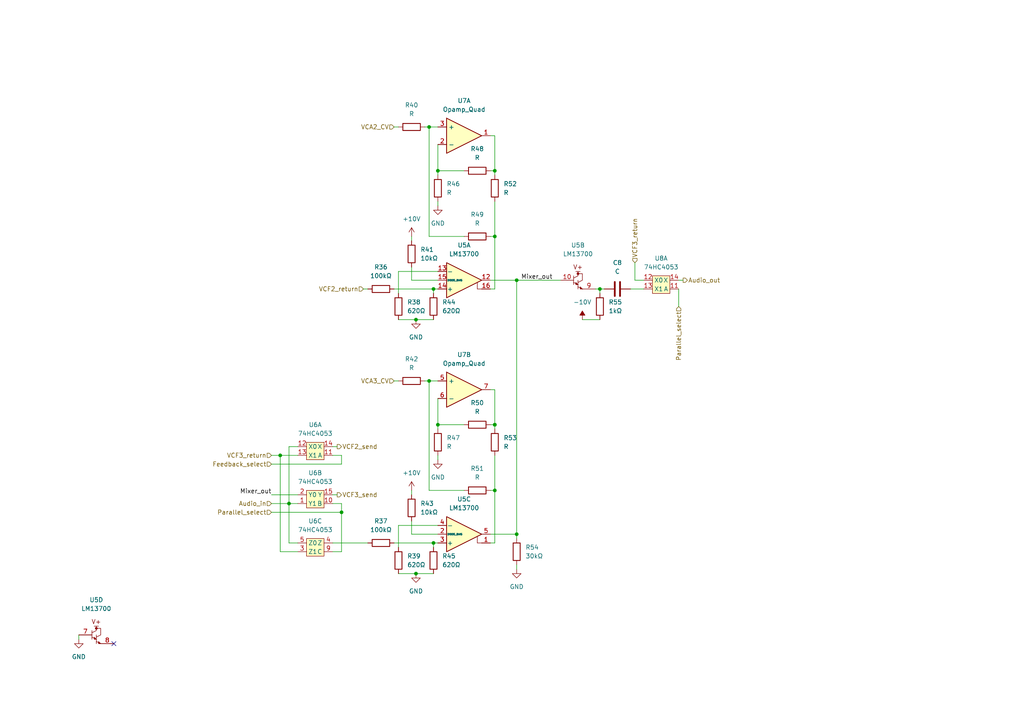
<source format=kicad_sch>
(kicad_sch (version 20210621) (generator eeschema)
  (paper "A4")
  (lib_symbols
    (symbol "Amplifier_Operational:LM13700" (pin_names (offset 0.127))
      (property "Reference" "U" (at 3.81 5.08 0))
      (property "Value" "LM13700" (at 5.08 -5.08 0))
      (symbol "LM13700_1_1"
        (polyline (pts (xy 3.81 -0.635) (xy 3.81 -2.54) (xy 5.08 -2.54)))
        (polyline (pts (xy 5.08 0) (xy -5.08 -5.08) (xy -5.08 5.08) (xy 5.08 0)) (stroke (width 0.254)) (fill (type background)))
        (pin output line (at 7.62 0 180) (length 2.54) (name "~") (number "12"))
        (pin input line (at -7.62 2.54 0) (length 2.54) (name "-") (number "13"))
        (pin input line (at -7.62 -2.54 0) (length 2.54) (name "+") (number "14"))
        (pin input line (at -7.62 0 0) (length 2.54) (name "DIODE_BIAS") (number "15"))
        (pin input line (at 7.62 -2.54 180) (length 2.54) (name "~") (number "16"))
      )
      (symbol "LM13700_2_0"
        (polyline (pts (xy -1.905 2.54) (xy -3.175 2.54)))
      )
      (symbol "LM13700_2_1"
        (circle (center -2.54 1.905) (radius 0.254) (stroke (width 0.254)) (fill (type outline)))
        (polyline (pts (xy -3.81 -0.635) (xy -2.54 -1.27)))
        (polyline (pts (xy -3.81 1.27) (xy -3.81 -1.27)))
        (polyline (pts (xy -2.54 -1.905) (xy -1.27 -2.54)))
        (polyline (pts (xy -2.54 0) (xy -2.54 -2.54)))
        (polyline (pts (xy -3.81 0.635) (xy -2.54 1.27) (xy -2.54 1.905) (xy -2.54 2.54)))
        (polyline (pts (xy -2.54 -1.27) (xy -3.175 -0.635) (xy -3.175 -1.27) (xy -2.54 -1.27)) (fill (type outline)))
        (polyline (pts (xy -2.54 -0.635) (xy -1.27 0) (xy -1.27 1.905) (xy -2.54 1.905)))
        (polyline (pts (xy -1.27 -2.54) (xy -1.905 -1.905) (xy -1.905 -2.54) (xy -1.27 -2.54)) (fill (type outline)))
        (text "V+" (at -2.54 3.81 0) (effects (font (size 1.27 1.27))))
        (pin input line (at -7.62 0 0) (length 3.81) (name "~") (number "10"))
        (pin output line (at 2.54 -2.54 180) (length 3.81) (name "~") (number "9"))
      )
      (symbol "LM13700_3_1"
        (polyline (pts (xy 3.81 -0.635) (xy 3.81 -2.54) (xy 5.08 -2.54)))
        (polyline (pts (xy 5.08 0) (xy -5.08 -5.08) (xy -5.08 5.08) (xy 5.08 0)) (stroke (width 0.254)) (fill (type background)))
        (pin input line (at 7.62 -2.54 180) (length 2.54) (name "~") (number "1"))
        (pin input line (at -7.62 0 0) (length 2.54) (name "DIODE_BIAS") (number "2"))
        (pin input line (at -7.62 -2.54 0) (length 2.54) (name "+") (number "3"))
        (pin input line (at -7.62 2.54 0) (length 2.54) (name "-") (number "4"))
        (pin output line (at 7.62 0 180) (length 2.54) (name "~") (number "5"))
      )
      (symbol "LM13700_4_0"
        (polyline (pts (xy -3.175 2.54) (xy -1.905 2.54)))
        (text "V+" (at -2.54 3.81 0) (effects (font (size 1.27 1.27))))
      )
      (symbol "LM13700_4_1"
        (circle (center -2.54 1.905) (radius 0.254) (stroke (width 0.254)) (fill (type outline)))
        (polyline (pts (xy -3.81 -0.635) (xy -2.54 -1.27)))
        (polyline (pts (xy -3.81 1.27) (xy -3.81 -1.27)))
        (polyline (pts (xy -2.54 -1.905) (xy -1.27 -2.54)))
        (polyline (pts (xy -2.54 0) (xy -2.54 -2.54)))
        (polyline (pts (xy -3.81 0.635) (xy -2.54 1.27) (xy -2.54 2.54)))
        (polyline (pts (xy -2.54 -1.27) (xy -3.175 -0.635) (xy -3.175 -1.27) (xy -2.54 -1.27)) (fill (type outline)))
        (polyline (pts (xy -2.54 -0.635) (xy -1.27 0) (xy -1.27 1.905) (xy -2.54 1.905)))
        (polyline (pts (xy -1.27 -2.54) (xy -1.905 -1.905) (xy -1.905 -2.54) (xy -1.27 -2.54)) (fill (type outline)))
        (pin input line (at -7.62 0 0) (length 3.81) (name "~") (number "7"))
        (pin output line (at 2.54 -2.54 180) (length 3.81) (name "~") (number "8"))
      )
      (symbol "LM13700_5_1"
        (pin power_in line (at -2.54 7.62 270) (length 3.81) (name "V+") (number "11"))
        (pin power_in line (at -2.54 -7.62 90) (length 3.81) (name "V-") (number "6"))
      )
    )
    (symbol "Device:C" (pin_numbers hide) (pin_names (offset 0.254))
      (property "Reference" "C" (at 0.635 2.54 0))
      (property "Value" "C" (at 0.635 -2.54 0))
      (symbol "C_0_1"
        (polyline (pts (xy -2.032 -0.762) (xy 2.032 -0.762)) (stroke (width 0.508)))
        (polyline (pts (xy -2.032 0.762) (xy 2.032 0.762)) (stroke (width 0.508)))
      )
      (symbol "C_1_1"
        (pin passive line (at 0 3.81 270) (length 2.794) (name "~") (number "1"))
        (pin passive line (at 0 -3.81 90) (length 2.794) (name "~") (number "2"))
      )
    )
    (symbol "Device:Opamp_Quad"
      (property "Reference" "U" (at 0 5.08 0))
      (property "Value" "Opamp_Quad" (at 0 -5.08 0))
      (symbol "Opamp_Quad_1_1"
        (polyline (pts (xy -5.08 5.08) (xy 5.08 0) (xy -5.08 -5.08) (xy -5.08 5.08)) (stroke (width 0.254)) (fill (type background)))
        (pin output line (at 7.62 0 180) (length 2.54) (name "~") (number "1"))
        (pin input line (at -7.62 -2.54 0) (length 2.54) (name "-") (number "2"))
        (pin input line (at -7.62 2.54 0) (length 2.54) (name "+") (number "3"))
      )
      (symbol "Opamp_Quad_2_1"
        (polyline (pts (xy -5.08 5.08) (xy 5.08 0) (xy -5.08 -5.08) (xy -5.08 5.08)) (stroke (width 0.254)) (fill (type background)))
        (pin input line (at -7.62 2.54 0) (length 2.54) (name "+") (number "5"))
        (pin input line (at -7.62 -2.54 0) (length 2.54) (name "-") (number "6"))
        (pin output line (at 7.62 0 180) (length 2.54) (name "~") (number "7"))
      )
      (symbol "Opamp_Quad_3_1"
        (polyline (pts (xy -5.08 5.08) (xy 5.08 0) (xy -5.08 -5.08) (xy -5.08 5.08)) (stroke (width 0.254)) (fill (type background)))
        (pin input line (at -7.62 2.54 0) (length 2.54) (name "+") (number "10"))
        (pin output line (at 7.62 0 180) (length 2.54) (name "~") (number "8"))
        (pin input line (at -7.62 -2.54 0) (length 2.54) (name "-") (number "9"))
      )
      (symbol "Opamp_Quad_4_1"
        (polyline (pts (xy -5.08 5.08) (xy 5.08 0) (xy -5.08 -5.08) (xy -5.08 5.08)) (stroke (width 0.254)) (fill (type background)))
        (pin input line (at -7.62 2.54 0) (length 2.54) (name "+") (number "12"))
        (pin input line (at -7.62 -2.54 0) (length 2.54) (name "-") (number "13"))
        (pin output line (at 7.62 0 180) (length 2.54) (name "~") (number "14"))
      )
      (symbol "Opamp_Quad_5_1"
        (pin power_in line (at -2.54 -7.62 90) (length 3.81) (name "V-") (number "11"))
        (pin power_in line (at -2.54 7.62 270) (length 3.81) (name "V+") (number "4"))
      )
    )
    (symbol "Device:R" (pin_numbers hide) (pin_names (offset 0))
      (property "Reference" "R" (at 2.032 0 90))
      (property "Value" "R" (at 0 0 90))
      (symbol "R_0_1"
        (rectangle (start -1.016 -2.54) (end 1.016 2.54) (stroke (width 0.254)))
      )
      (symbol "R_1_1"
        (pin passive line (at 0 3.81 270) (length 1.27) (name "~") (number "1"))
        (pin passive line (at 0 -3.81 90) (length 1.27) (name "~") (number "2"))
      )
    )
    (symbol "Modular_Mayhem:74HC4053"
      (property "Reference" "U" (at -6.35 6.35 0))
      (property "Value" "74HC4053" (at -10.16 3.81 0))
      (symbol "74HC4053_1_1"
        (rectangle (start -2.54 2.54) (end 2.54 -2.54) (stroke (width 0.1524)) (fill (type background)))
        (pin input line (at 5.08 -1.27 180) (length 2.54) (name "A") (number "11"))
        (pin bidirectional line (at -5.08 1.27 0) (length 2.54) (name "X0") (number "12"))
        (pin bidirectional line (at -5.08 -1.27 0) (length 2.54) (name "X1") (number "13"))
        (pin bidirectional line (at 5.08 1.27 180) (length 2.54) (name "X") (number "14"))
      )
      (symbol "74HC4053_2_1"
        (rectangle (start -2.54 2.54) (end 2.54 -2.54) (stroke (width 0.1524)) (fill (type background)))
        (pin bidirectional line (at -5.08 -1.27 0) (length 2.54) (name "Y1") (number "1"))
        (pin input line (at 5.08 -1.27 180) (length 2.54) (name "B") (number "10"))
        (pin bidirectional line (at 5.08 1.27 180) (length 2.54) (name "Y") (number "15"))
        (pin bidirectional line (at -5.08 1.27 0) (length 2.54) (name "Y0") (number "2"))
      )
      (symbol "74HC4053_3_1"
        (rectangle (start -2.54 2.54) (end 2.54 -2.54) (stroke (width 0.1524)) (fill (type background)))
        (pin bidirectional line (at -5.08 -1.27 0) (length 2.54) (name "Z1") (number "3"))
        (pin bidirectional line (at 5.08 1.27 180) (length 2.54) (name "Z") (number "4"))
        (pin bidirectional line (at -5.08 1.27 0) (length 2.54) (name "Z0") (number "5"))
        (pin input line (at 5.08 -1.27 180) (length 2.54) (name "C") (number "9"))
      )
      (symbol "74HC4053_4_1"
        (rectangle (start -3.81 5.08) (end 3.81 -5.08) (stroke (width 0.1524)) (fill (type background)))
        (pin power_in line (at 0 7.62 270) (length 2.54) (name "Vcc") (number "16"))
        (pin input line (at -6.35 0 0) (length 2.54) (name "~{E}") (number "6"))
        (pin power_in line (at 1.27 -7.62 90) (length 2.54) (name "Vee") (number "7"))
        (pin power_in line (at -1.27 -7.62 90) (length 2.54) (name "GND") (number "8"))
      )
    )
    (symbol "power:+10V" (power) (pin_names (offset 0))
      (property "Value" "+10V" (at 0 3.556 0))
      (symbol "+10V_0_1"
        (polyline (pts (xy -0.762 1.27) (xy 0 2.54)))
        (polyline (pts (xy 0 0) (xy 0 2.54)))
        (polyline (pts (xy 0 2.54) (xy 0.762 1.27)))
      )
      (symbol "+10V_1_1"
        (pin power_in line (at 0 0 90) (length 0) hide (name "+10V") (number "1"))
      )
    )
    (symbol "power:-10V" (power) (pin_names (offset 0))
      (property "Value" "-10V" (at 0 3.81 0))
      (symbol "-10V_0_0"
        (pin power_in line (at 0 0 90) (length 0) hide (name "-10V") (number "1"))
      )
      (symbol "-10V_0_1"
        (polyline (pts (xy 0 0) (xy 0 1.27) (xy 0.762 1.27) (xy 0 2.54) (xy -0.762 1.27) (xy 0 1.27)) (fill (type outline)))
      )
    )
    (symbol "power:GND" (power) (pin_names (offset 0))
      (property "Value" "GND" (at 0 -3.81 0))
      (symbol "GND_0_1"
        (polyline (pts (xy 0 0) (xy 0 -1.27) (xy 1.27 -1.27) (xy 0 -2.54) (xy -1.27 -1.27) (xy 0 -1.27)))
      )
      (symbol "GND_1_1"
        (pin power_in line (at 0 0 270) (length 0) hide (name "GND") (number "1"))
      )
    )
  )
  (junction (at 120.65 92.7101))
  (junction (at 127 49.5301))
  (junction (at 173.99 83.82))
  (junction (at 127 123.1901))
  (junction (at 81.28 132.08))
  (junction (at 125.73 157.4801))
  (junction (at 125.73 83.8201))
  (junction (at 120.65 166.3701))
  (junction (at 99.06 148.59))
  (junction (at 143.51 142.2401))
  (junction (at 83.82 146.05))
  (junction (at 124.46 110.4901))
  (junction (at 149.86 81.28))
  (junction (at 143.51 68.5801))
  (junction (at 143.51 123.1901))
  (junction (at 124.46 36.8301))
  (junction (at 149.86 154.94))
  (junction (at 143.51 123.19))
  (junction (at 143.51 49.5301))
  (no_connect (at 33.02 186.69))
  (wire (pts (xy 142.24 154.94) (xy 149.86 154.94)))
  (wire (pts (xy 186.69 81.28) (xy 184.15 81.28)))
  (wire (pts (xy 184.15 81.28) (xy 184.15 76.2)))
  (wire (pts (xy 143.51 142.2401) (xy 143.51 157.4801)))
  (wire (pts (xy 114.3 157.48) (xy 125.73 157.4801)))
  (wire (pts (xy 124.46 36.8301) (xy 127 36.83)))
  (wire (pts (xy 168.91 92.71) (xy 173.99 92.71)))
  (wire (pts (xy 123.19 36.8301) (xy 124.46 36.8301)))
  (wire (pts (xy 143.51 58.42) (xy 143.51 68.5801)))
  (wire (pts (xy 127 81.28) (xy 119.38 81.2801)))
  (wire (pts (xy 196.85 83.82) (xy 196.85 88.9)))
  (wire (pts (xy 125.73 83.8201) (xy 125.73 85.0901)))
  (wire (pts (xy 134.62 142.2401) (xy 124.46 142.2401)))
  (wire (pts (xy 83.82 146.05) (xy 83.82 157.48)))
  (wire (pts (xy 83.82 157.48) (xy 86.36 157.48)))
  (wire (pts (xy 149.86 154.94) (xy 149.86 156.21)))
  (wire (pts (xy 149.86 81.28) (xy 149.86 154.94)))
  (wire (pts (xy 182.88 83.82) (xy 186.69 83.82)))
  (wire (pts (xy 115.57 158.7501) (xy 115.57 152.4001)))
  (wire (pts (xy 127 154.94) (xy 119.38 154.9401)))
  (wire (pts (xy 143.51 39.37) (xy 142.24 39.37)))
  (wire (pts (xy 143.51 50.8) (xy 143.51 49.5301)))
  (wire (pts (xy 143.51 49.5301) (xy 143.51 39.37)))
  (wire (pts (xy 142.24 68.5801) (xy 143.51 68.5801)))
  (wire (pts (xy 196.85 81.28) (xy 198.12 81.28)))
  (wire (pts (xy 99.06 148.59) (xy 99.06 160.02)))
  (wire (pts (xy 99.06 146.05) (xy 96.52 146.05)))
  (wire (pts (xy 99.06 148.59) (xy 99.06 146.05)))
  (wire (pts (xy 78.74 148.59) (xy 99.06 148.59)))
  (wire (pts (xy 142.24 157.48) (xy 143.51 157.4801)))
  (wire (pts (xy 124.46 68.5801) (xy 124.46 36.8301)))
  (wire (pts (xy 127 123.1901) (xy 127 124.46)))
  (wire (pts (xy 127 115.57) (xy 127 123.1901)))
  (wire (pts (xy 120.65 166.3701) (xy 125.73 166.3701)))
  (wire (pts (xy 127 132.08) (xy 127 133.3501)))
  (wire (pts (xy 127 58.42) (xy 127 59.6901)))
  (wire (pts (xy 143.51 132.08) (xy 143.51 142.2401)))
  (wire (pts (xy 172.72 83.82) (xy 173.99 83.82)))
  (wire (pts (xy 83.82 146.05) (xy 83.82 129.54)))
  (wire (pts (xy 83.82 129.54) (xy 86.36 129.54)))
  (wire (pts (xy 125.73 157.4801) (xy 125.73 158.7501)))
  (wire (pts (xy 119.38 154.9401) (xy 119.38 151.1301)))
  (wire (pts (xy 142.24 81.28) (xy 149.86 81.28)))
  (wire (pts (xy 173.99 83.82) (xy 175.26 83.82)))
  (wire (pts (xy 125.73 157.4801) (xy 127 157.48)))
  (wire (pts (xy 119.38 68.5801) (xy 119.38 69.8501)))
  (wire (pts (xy 143.51 68.5801) (xy 143.51 83.8201)))
  (wire (pts (xy 127 123.1901) (xy 134.62 123.1901)))
  (wire (pts (xy 114.3 110.4901) (xy 115.57 110.4901)))
  (wire (pts (xy 114.3 83.82) (xy 125.73 83.8201)))
  (wire (pts (xy 149.86 81.28) (xy 162.56 81.28)))
  (wire (pts (xy 143.51 123.19) (xy 143.51 113.03)))
  (wire (pts (xy 143.51 113.03) (xy 142.24 113.03)))
  (wire (pts (xy 142.24 49.53) (xy 143.51 49.5301)))
  (wire (pts (xy 142.24 142.2401) (xy 143.51 142.2401)))
  (wire (pts (xy 81.28 132.08) (xy 81.28 160.02)))
  (wire (pts (xy 81.28 160.02) (xy 86.36 160.02)))
  (wire (pts (xy 115.57 78.7401) (xy 127 78.74)))
  (wire (pts (xy 124.46 110.4901) (xy 127 110.49)))
  (wire (pts (xy 127 41.91) (xy 127 49.5301)))
  (wire (pts (xy 127 49.5301) (xy 127 50.8)))
  (wire (pts (xy 173.99 83.82) (xy 173.99 85.09)))
  (wire (pts (xy 142.24 123.1901) (xy 143.51 123.1901)))
  (wire (pts (xy 142.24 83.82) (xy 143.51 83.8201)))
  (wire (pts (xy 115.57 152.4001) (xy 127 152.4)))
  (wire (pts (xy 127 49.5301) (xy 134.62 49.53)))
  (wire (pts (xy 119.38 142.2401) (xy 119.38 143.5101)))
  (wire (pts (xy 115.57 92.7101) (xy 120.65 92.7101)))
  (wire (pts (xy 149.86 163.83) (xy 149.86 165.1)))
  (wire (pts (xy 96.52 129.54) (xy 97.79 129.54)))
  (wire (pts (xy 83.82 146.05) (xy 86.36 146.05)))
  (wire (pts (xy 78.74 146.05) (xy 83.82 146.05)))
  (wire (pts (xy 96.52 143.51) (xy 97.79 143.51)))
  (wire (pts (xy 22.86 184.15) (xy 22.86 185.42)))
  (wire (pts (xy 115.57 166.3701) (xy 120.65 166.3701)))
  (wire (pts (xy 143.51 123.1901) (xy 143.51 124.46)))
  (wire (pts (xy 78.74 143.51) (xy 86.36 143.51)))
  (wire (pts (xy 115.57 85.0901) (xy 115.57 78.7401)))
  (wire (pts (xy 120.65 92.7101) (xy 125.73 92.7101)))
  (wire (pts (xy 105.41 83.82) (xy 106.68 83.82)))
  (wire (pts (xy 134.62 68.5801) (xy 124.46 68.5801)))
  (wire (pts (xy 114.3 36.8301) (xy 115.57 36.8301)))
  (wire (pts (xy 99.06 160.02) (xy 96.52 160.02)))
  (wire (pts (xy 123.19 110.4901) (xy 124.46 110.4901)))
  (wire (pts (xy 96.52 157.48) (xy 106.68 157.48)))
  (wire (pts (xy 78.74 134.62) (xy 99.06 134.62)))
  (wire (pts (xy 99.06 134.62) (xy 99.06 132.08)))
  (wire (pts (xy 99.06 132.08) (xy 96.52 132.08)))
  (wire (pts (xy 124.46 142.2401) (xy 124.46 110.4901)))
  (wire (pts (xy 125.73 83.8201) (xy 127 83.82)))
  (wire (pts (xy 119.38 81.2801) (xy 119.38 77.4701)))
  (wire (pts (xy 81.28 132.08) (xy 86.36 132.08)))
  (wire (pts (xy 78.74 132.08) (xy 81.28 132.08)))
  (label "Mixer_out" (at 78.74 143.51 180))
  (label "Mixer_out" (at 151.13 81.28 0))
  (hierarchical_label "Parallel_select" (shape input) (at 196.85 88.9 270))
  (hierarchical_label "VCA3_CV" (shape input) (at 114.3 110.4901 180))
  (hierarchical_label "Audio_in" (shape input) (at 78.74 146.05 180))
  (hierarchical_label "VCF3_send" (shape output) (at 97.79 143.51 0))
  (hierarchical_label "VCF3_return" (shape input) (at 78.74 132.08 180))
  (hierarchical_label "VCF2_return" (shape input) (at 105.41 83.82 180))
  (hierarchical_label "VCA2_CV" (shape input) (at 114.3 36.8301 180))
  (hierarchical_label "VCF3_return" (shape input) (at 184.15 76.2 90))
  (hierarchical_label "VCF2_send" (shape output) (at 97.79 129.54 0))
  (hierarchical_label "Parallel_select" (shape input) (at 78.74 148.59 180))
  (hierarchical_label "Audio_out" (shape output) (at 198.12 81.28 0))
  (hierarchical_label "Feedback_select" (shape input) (at 78.74 134.62 180))
  (symbol (lib_id "power:GND") (at 127 133.3501 0) (unit 1)
    (property "Reference" "#PWR022" (effects hide))
    (property "Value" "GND" (at 127 138.4301 0))
  )
  (symbol (lib_id "Device:R") (at 127 54.61 0) (unit 1)
    (property "Reference" "R46" (at 129.54 53.3399 0) (effects (justify left)))
    (property "Value" "R" (at 129.54 55.8799 0) (effects (justify left)))
  )
  (symbol (lib_id "Modular_Mayhem:74HC4053") (at 91.44 130.81 0) (unit 1)
    (property "Reference" "U6" (at 91.44 123.19 0))
    (property "Value" "74HC4053" (at 91.44 125.73 0))
  )
  (symbol (lib_id "Device:R") (at 138.43 68.5801 90) (unit 1)
    (property "Reference" "R49" (at 138.43 62.2301 90))
    (property "Value" "R" (at 138.43 64.7701 90))
  )
  (symbol (lib_id "Modular_Mayhem:74HC4053") (at 191.77 82.55 0) (unit 1)
    (property "Reference" "U8" (at 191.77 74.93 0))
    (property "Value" "74HC4053" (at 191.77 77.47 0))
  )
  (symbol (lib_id "Amplifier_Operational:LM13700") (at 30.48 184.15 0) (unit 4)
    (property "Reference" "U5" (at 27.94 173.99 0))
    (property "Value" "LM13700" (at 27.94 176.53 0))
    (property "Datasheet" "http://www.ti.com/lit/ds/symlink/lm13700.pdf" (effects hide))
  )
  (symbol (lib_id "power:-10V") (at 168.91 92.71 0) (unit 1)
    (property "Reference" "#PWR024" (effects hide))
    (property "Value" "-10V" (at 168.91 87.63 0))
  )
  (symbol (lib_id "Device:R") (at 115.57 162.5601 0) (unit 1)
    (property "Reference" "R39" (at 118.11 161.29 0) (effects (justify left)))
    (property "Value" "620Ω" (at 118.11 163.83 0) (effects (justify left)))
  )
  (symbol (lib_id "Device:R") (at 173.99 88.9 0) (unit 1)
    (property "Reference" "R55" (at 176.53 87.6299 0) (effects (justify left)))
    (property "Value" "1kΩ" (at 176.53 90.1699 0) (effects (justify left)))
  )
  (symbol (lib_id "Device:R") (at 119.38 147.3201 0) (unit 1)
    (property "Reference" "R43" (at 121.92 146.05 0) (effects (justify left)))
    (property "Value" "10kΩ" (at 121.92 148.59 0) (effects (justify left)))
  )
  (symbol (lib_id "Device:R") (at 119.38 110.4901 90) (unit 1)
    (property "Reference" "R42" (at 119.38 104.1401 90))
    (property "Value" "R" (at 119.38 106.6801 90))
  )
  (symbol (lib_id "Amplifier_Operational:LM13700") (at 134.62 154.94 0) (unit 3)
    (property "Reference" "U5" (at 134.62 144.78 0))
    (property "Value" "LM13700" (at 134.62 147.32 0))
    (property "Datasheet" "http://www.ti.com/lit/ds/symlink/lm13700.pdf" (effects hide))
  )
  (symbol (lib_id "Device:R") (at 143.51 128.27 0) (unit 1)
    (property "Reference" "R53" (at 146.05 126.9999 0) (effects (justify left)))
    (property "Value" "R" (at 146.05 129.5399 0) (effects (justify left)))
  )
  (symbol (lib_id "Device:Opamp_Quad") (at 134.62 113.03 0) (unit 2)
    (property "Reference" "U7" (at 134.62 102.87 0))
    (property "Value" "Opamp_Quad" (at 134.62 105.41 0))
  )
  (symbol (lib_id "Device:R") (at 115.57 88.9001 0) (unit 1)
    (property "Reference" "R38" (at 118.11 87.63 0) (effects (justify left)))
    (property "Value" "620Ω" (at 118.11 90.17 0) (effects (justify left)))
  )
  (symbol (lib_id "power:GND") (at 22.86 185.42 0) (unit 1)
    (property "Reference" "#PWR016" (effects hide))
    (property "Value" "GND" (at 22.86 190.5 0))
  )
  (symbol (lib_id "Device:R") (at 138.43 123.1901 90) (unit 1)
    (property "Reference" "R50" (at 138.43 116.8401 90))
    (property "Value" "R" (at 138.43 119.3801 90))
  )
  (symbol (lib_id "power:GND") (at 120.65 166.3701 0) (unit 1)
    (property "Reference" "#PWR020" (effects hide))
    (property "Value" "GND" (at 120.65 171.4501 0))
  )
  (symbol (lib_id "Device:R") (at 125.73 162.5601 0) (unit 1)
    (property "Reference" "R45" (at 128.27 161.29 0) (effects (justify left)))
    (property "Value" "620Ω" (at 128.27 163.83 0) (effects (justify left)))
  )
  (symbol (lib_id "power:GND") (at 120.65 92.7101 0) (unit 1)
    (property "Reference" "#PWR019" (effects hide))
    (property "Value" "GND" (at 120.65 97.7901 0))
  )
  (symbol (lib_id "Device:R") (at 110.49 157.48 90) (unit 1)
    (property "Reference" "R37" (at 110.49 151.13 90))
    (property "Value" "100kΩ" (at 110.49 153.67 90))
  )
  (symbol (lib_id "Device:R") (at 127 128.27 0) (unit 1)
    (property "Reference" "R47" (at 129.54 126.9999 0) (effects (justify left)))
    (property "Value" "R" (at 129.54 129.5399 0) (effects (justify left)))
  )
  (symbol (lib_id "Device:R") (at 110.49 83.82 90) (unit 1)
    (property "Reference" "R36" (at 110.49 77.47 90))
    (property "Value" "100kΩ" (at 110.49 80.01 90))
  )
  (symbol (lib_id "power:+10V") (at 119.38 142.2401 0) (unit 1)
    (property "Reference" "#PWR018" (effects hide))
    (property "Value" "+10V" (at 119.38 137.1601 0))
  )
  (symbol (lib_id "Device:R") (at 138.43 49.53 90) (unit 1)
    (property "Reference" "R48" (at 138.43 43.18 90))
    (property "Value" "R" (at 138.43 45.72 90))
  )
  (symbol (lib_id "Device:Opamp_Quad") (at 134.62 39.37 0) (unit 1)
    (property "Reference" "U7" (at 134.62 29.21 0))
    (property "Value" "Opamp_Quad" (at 134.62 31.75 0))
  )
  (symbol (lib_id "Amplifier_Operational:LM13700") (at 170.18 81.28 0) (unit 2)
    (property "Reference" "U5" (at 167.64 71.12 0))
    (property "Value" "LM13700" (at 167.64 73.66 0))
    (property "Datasheet" "http://www.ti.com/lit/ds/symlink/lm13700.pdf" (effects hide))
  )
  (symbol (lib_id "Device:R") (at 149.86 160.02 0) (unit 1)
    (property "Reference" "R54" (at 152.4 158.7499 0) (effects (justify left)))
    (property "Value" "30kΩ" (at 152.4 161.2899 0) (effects (justify left)))
  )
  (symbol (lib_id "Device:R") (at 119.38 36.8301 90) (unit 1)
    (property "Reference" "R40" (at 119.38 30.4801 90))
    (property "Value" "R" (at 119.38 33.0201 90))
  )
  (symbol (lib_id "Device:R") (at 143.51 54.61 0) (unit 1)
    (property "Reference" "R52" (at 146.05 53.3399 0) (effects (justify left)))
    (property "Value" "R" (at 146.05 55.8799 0) (effects (justify left)))
  )
  (symbol (lib_id "Device:C") (at 179.07 83.82 90) (unit 1)
    (property "Reference" "C8" (at 179.07 76.2 90))
    (property "Value" "C" (at 179.07 78.74 90))
  )
  (symbol (lib_id "power:+10V") (at 119.38 68.5801 0) (unit 1)
    (property "Reference" "#PWR017" (effects hide))
    (property "Value" "+10V" (at 119.38 63.5001 0))
  )
  (symbol (lib_id "Modular_Mayhem:74HC4053") (at 91.44 158.75 0) (unit 3)
    (property "Reference" "U6" (at 91.44 151.13 0))
    (property "Value" "74HC4053" (at 91.44 153.67 0))
  )
  (symbol (lib_id "Device:R") (at 138.43 142.2401 90) (unit 1)
    (property "Reference" "R51" (at 138.43 135.8901 90))
    (property "Value" "R" (at 138.43 138.4301 90))
  )
  (symbol (lib_id "Device:R") (at 125.73 88.9001 0) (unit 1)
    (property "Reference" "R44" (at 128.27 87.63 0) (effects (justify left)))
    (property "Value" "620Ω" (at 128.27 90.17 0) (effects (justify left)))
  )
  (symbol (lib_id "power:GND") (at 127 59.6901 0) (unit 1)
    (property "Reference" "#PWR021" (effects hide))
    (property "Value" "GND" (at 127 64.7701 0))
  )
  (symbol (lib_id "power:GND") (at 149.86 165.1 0) (unit 1)
    (property "Reference" "#PWR023" (effects hide))
    (property "Value" "GND" (at 149.86 170.18 0))
  )
  (symbol (lib_id "Modular_Mayhem:74HC4053") (at 91.44 144.78 0) (unit 2)
    (property "Reference" "U6" (at 91.44 137.16 0))
    (property "Value" "74HC4053" (at 91.44 139.7 0))
  )
  (symbol (lib_id "Amplifier_Operational:LM13700") (at 134.62 81.28 0) (unit 1)
    (property "Reference" "U5" (at 134.62 71.12 0))
    (property "Value" "LM13700" (at 134.62 73.66 0))
    (property "Datasheet" "http://www.ti.com/lit/ds/symlink/lm13700.pdf" (effects hide))
  )
  (symbol (lib_id "Device:R") (at 119.38 73.6601 0) (unit 1)
    (property "Reference" "R41" (at 121.92 72.39 0) (effects (justify left)))
    (property "Value" "10kΩ" (at 121.92 74.93 0) (effects (justify left)))
  )
)
</source>
